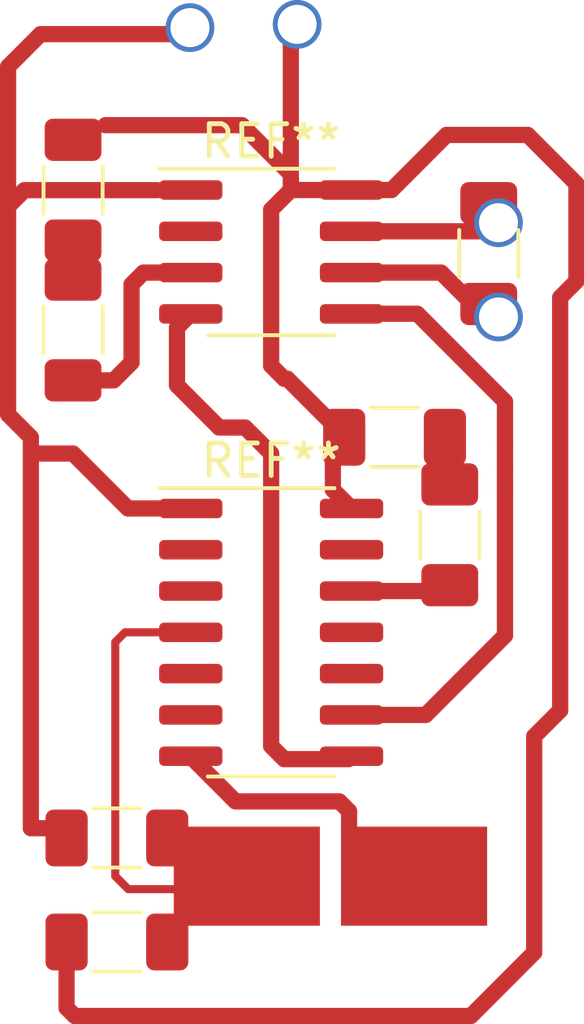
<source format=kicad_pcb>
(kicad_pcb (version 20221018) (generator pcbnew)
  (layers (0 "F.Cu" signal) (31 "B.Cu" signal) (34 "B.Paste" user) (35 "F.Paste" user) (36 "B.SilkS" user "B.Silkscreen") (37 "F.SilkS" user "F.Silkscreen") (38 "B.Mask" user) (39 "F.Mask" user) (44 "Edge.Cuts" user))
  (net 0 "")
  (footprint "Resistor_SMD:R_1206_3216Metric_Pad1.30x1.75mm_HandSolder" (layer "F.Cu") (at 92.9 56.4 -90)
    (fp_text reference "REF**" hide)
    (fp_text value "R_1206_3216Metric_Pad1.30x1.75mm_HandSolder" hide)
    (fp_line (start -0.727064 -0.91) (end 0.727064 -0.91) (stroke (width 0.12)) (layer "F.SilkS"))
    (fp_line (start -0.727064 0.91) (end 0.727064 0.91) (stroke (width 0.12)) (layer "F.SilkS"))
    (pad "1" smd roundrect (at -1.55 0 270) (size 1.3 1.75) (layers "F.Cu" "F.Paste" "F.Mask") (roundrect_rratio 0.1923076923))
    (pad "2" smd roundrect (at 1.55 0 270) (size 1.3 1.75) (layers "F.Cu" "F.Paste" "F.Mask") (roundrect_rratio 0.1923076923))
  )
  (footprint "Resistor_SMD:R_1206_3216Metric_Pad1.30x1.75mm_HandSolder" (layer "F.Cu") (at 104.5 62.7 -90)
    (fp_text reference "REF**" hide)
    (fp_text value "R_1206_3216Metric_Pad1.30x1.75mm_HandSolder" hide)
    (fp_line (start -0.727064 -0.91) (end 0.727064 -0.91) (stroke (width 0.12)) (layer "F.SilkS"))
    (fp_line (start -0.727064 0.91) (end 0.727064 0.91) (stroke (width 0.12)) (layer "F.SilkS"))
    (pad "1" smd roundrect (at -1.55 0 270) (size 1.3 1.75) (layers "F.Cu" "F.Paste" "F.Mask") (roundrect_rratio 0.1923076923))
    (pad "2" smd roundrect (at 1.55 0 270) (size 1.3 1.75) (layers "F.Cu" "F.Paste" "F.Mask") (roundrect_rratio 0.1923076923))
  )
  (footprint "Package_SO:SOIC-14_3.9x8.7mm_P1.27mm" (layer "F.Cu") (at 99 65.7)
    (fp_text reference "REF**" (at 0 -5.28) (layer "F.SilkS"))
    (fp_text value "SOIC-14_3.9x8.7mm_P1.27mm" hide)
    (fp_line (start 0 -4.435) (end -3.45 -4.435) (stroke (width 0.12)) (layer "F.SilkS"))
    (fp_line (start 0 -4.435) (end 1.95 -4.435) (stroke (width 0.12)) (layer "F.SilkS"))
    (fp_line (start 0 4.435) (end -1.95 4.435) (stroke (width 0.12)) (layer "F.SilkS"))
    (fp_line (start 0 4.435) (end 1.95 4.435) (stroke (width 0.12)) (layer "F.SilkS"))
    (pad "1" smd roundrect (at -2.475 -3.81) (size 1.95 0.6) (layers "F.Cu" "F.Paste" "F.Mask"))
    (pad "2" smd roundrect (at -2.475 -2.54) (size 1.95 0.6) (layers "F.Cu" "F.Paste" "F.Mask"))
    (pad "3" smd roundrect (at -2.475 -1.27) (size 1.95 0.6) (layers "F.Cu" "F.Paste" "F.Mask"))
    (pad "4" smd roundrect (at -2.475 0) (size 1.95 0.6) (layers "F.Cu" "F.Paste" "F.Mask"))
    (pad "5" smd roundrect (at -2.475 1.27) (size 1.95 0.6) (layers "F.Cu" "F.Paste" "F.Mask"))
    (pad "6" smd roundrect (at -2.475 2.54) (size 1.95 0.6) (layers "F.Cu" "F.Paste" "F.Mask"))
    (pad "7" smd roundrect (at -2.475 3.81) (size 1.95 0.6) (layers "F.Cu" "F.Paste" "F.Mask"))
    (pad "8" smd roundrect (at 2.475 3.81) (size 1.95 0.6) (layers "F.Cu" "F.Paste" "F.Mask"))
    (pad "9" smd roundrect (at 2.475 2.54) (size 1.95 0.6) (layers "F.Cu" "F.Paste" "F.Mask"))
    (pad "10" smd roundrect (at 2.475 1.27) (size 1.95 0.6) (layers "F.Cu" "F.Paste" "F.Mask"))
    (pad "11" smd roundrect (at 2.475 0) (size 1.95 0.6) (layers "F.Cu" "F.Paste" "F.Mask"))
    (pad "12" smd roundrect (at 2.475 -1.27) (size 1.95 0.6) (layers "F.Cu" "F.Paste" "F.Mask"))
    (pad "13" smd roundrect (at 2.475 -2.54) (size 1.95 0.6) (layers "F.Cu" "F.Paste" "F.Mask"))
    (pad "14" smd roundrect (at 2.475 -3.81) (size 1.95 0.6) (layers "F.Cu" "F.Paste" "F.Mask"))
  )
  (footprint "Resistor_SMD:R_1206_3216Metric_Pad1.30x1.75mm_HandSolder" (layer "F.Cu") (at 94.25 75.225 180)
    (fp_text reference "REF**" hide)
    (fp_text value "R_1206_3216Metric_Pad1.30x1.75mm_HandSolder" hide)
    (fp_line (start -0.727064 -0.91) (end 0.727064 -0.91) (stroke (width 0.12)) (layer "F.SilkS"))
    (fp_line (start -0.727064 0.91) (end 0.727064 0.91) (stroke (width 0.12)) (layer "F.SilkS"))
    (pad "1" smd roundrect (at -1.55 0 180) (size 1.3 1.75) (layers "F.Cu" "F.Paste" "F.Mask") (roundrect_rratio 0.1923076923))
    (pad "2" smd roundrect (at 1.55 0 180) (size 1.3 1.75) (layers "F.Cu" "F.Paste" "F.Mask") (roundrect_rratio 0.1923076923))
  )
  (footprint "Resistor_SMD:R_1206_3216Metric_Pad1.30x1.75mm_HandSolder" (layer "F.Cu") (at 105.7 54.05 -90)
    (fp_text reference "REF**" hide)
    (fp_text value "R_1206_3216Metric_Pad1.30x1.75mm_HandSolder" hide)
    (fp_line (start -0.727064 -0.91) (end 0.727064 -0.91) (stroke (width 0.12)) (layer "F.SilkS"))
    (fp_line (start -0.727064 0.91) (end 0.727064 0.91) (stroke (width 0.12)) (layer "F.SilkS"))
    (pad "1" smd roundrect (at -1.55 0 270) (size 1.3 1.75) (layers "F.Cu" "F.Paste" "F.Mask") (roundrect_rratio 0.1923076923))
    (pad "2" smd roundrect (at 1.55 0 270) (size 1.3 1.75) (layers "F.Cu" "F.Paste" "F.Mask") (roundrect_rratio 0.1923076923))
  )
  (footprint "Resistor_SMD:R_1206_3216Metric_Pad1.30x1.75mm_HandSolder" (layer "F.Cu") (at 92.9 52.1 -90)
    (fp_text reference "REF**" hide)
    (fp_text value "R_1206_3216Metric_Pad1.30x1.75mm_HandSolder" hide)
    (fp_line (start -0.727064 -0.91) (end 0.727064 -0.91) (stroke (width 0.12)) (layer "F.SilkS"))
    (fp_line (start -0.727064 0.91) (end 0.727064 0.91) (stroke (width 0.12)) (layer "F.SilkS"))
    (pad "1" smd roundrect (at -1.55 0 270) (size 1.3 1.75) (layers "F.Cu" "F.Paste" "F.Mask") (roundrect_rratio 0.1923076923))
    (pad "2" smd roundrect (at 1.55 0 270) (size 1.3 1.75) (layers "F.Cu" "F.Paste" "F.Mask") (roundrect_rratio 0.1923076923))
  )
  (footprint "Resistor_SMD:R_1206_3216Metric_Pad1.30x1.75mm_HandSolder" (layer "F.Cu") (at 102.8 59.7)
    (fp_text reference "REF**" hide)
    (fp_text value "R_1206_3216Metric_Pad1.30x1.75mm_HandSolder" hide)
    (fp_line (start -0.727064 -0.91) (end 0.727064 -0.91) (stroke (width 0.12)) (layer "F.SilkS"))
    (fp_line (start -0.727064 0.91) (end 0.727064 0.91) (stroke (width 0.12)) (layer "F.SilkS"))
    (pad "1" smd roundrect (at -1.55 0) (size 1.3 1.75) (layers "F.Cu" "F.Paste" "F.Mask") (roundrect_rratio 0.1923076923))
    (pad "2" smd roundrect (at 1.55 0) (size 1.3 1.75) (layers "F.Cu" "F.Paste" "F.Mask") (roundrect_rratio 0.1923076923))
  )
  (footprint "Package_SO:SOIC-8_3.9x4.9mm_P1.27mm" (layer "F.Cu") (at 99 54)
    (fp_text reference "REF**" (at 0 -3.4) (layer "F.SilkS"))
    (fp_text value "SOIC-8_3.9x4.9mm_P1.27mm" hide)
    (fp_line (start 0 -2.56) (end -3.45 -2.56) (stroke (width 0.12)) (layer "F.SilkS"))
    (fp_line (start 0 -2.56) (end 1.95 -2.56) (stroke (width 0.12)) (layer "F.SilkS"))
    (fp_line (start 0 2.56) (end -1.95 2.56) (stroke (width 0.12)) (layer "F.SilkS"))
    (fp_line (start 0 2.56) (end 1.95 2.56) (stroke (width 0.12)) (layer "F.SilkS"))
    (pad "1" smd roundrect (at -2.475 -1.905) (size 1.95 0.6) (layers "F.Cu" "F.Paste" "F.Mask"))
    (pad "2" smd roundrect (at -2.475 -0.635) (size 1.95 0.6) (layers "F.Cu" "F.Paste" "F.Mask"))
    (pad "3" smd roundrect (at -2.475 0.635) (size 1.95 0.6) (layers "F.Cu" "F.Paste" "F.Mask"))
    (pad "4" smd roundrect (at -2.475 1.905) (size 1.95 0.6) (layers "F.Cu" "F.Paste" "F.Mask"))
    (pad "5" smd roundrect (at 2.475 1.905) (size 1.95 0.6) (layers "F.Cu" "F.Paste" "F.Mask"))
    (pad "6" smd roundrect (at 2.475 0.635) (size 1.95 0.6) (layers "F.Cu" "F.Paste" "F.Mask"))
    (pad "7" smd roundrect (at 2.475 -0.635) (size 1.95 0.6) (layers "F.Cu" "F.Paste" "F.Mask"))
    (pad "8" smd roundrect (at 2.475 -1.905) (size 1.95 0.6) (layers "F.Cu" "F.Paste" "F.Mask"))
  )
  (footprint "Resistor_SMD:R_1206_3216Metric_Pad1.30x1.75mm_HandSolder" (layer "F.Cu") (at 94.25 72.025 180)
    (fp_text reference "REF**" hide)
    (fp_text value "R_1206_3216Metric_Pad1.30x1.75mm_HandSolder" hide)
    (fp_line (start -0.727064 -0.91) (end 0.727064 -0.91) (stroke (width 0.12)) (layer "F.SilkS"))
    (fp_line (start -0.727064 0.91) (end 0.727064 0.91) (stroke (width 0.12)) (layer "F.SilkS"))
    (pad "1" smd roundrect (at -1.55 0 180) (size 1.3 1.75) (layers "F.Cu" "F.Paste" "F.Mask") (roundrect_rratio 0.1923076923))
    (pad "2" smd roundrect (at 1.55 0 180) (size 1.3 1.75) (layers "F.Cu" "F.Paste" "F.Mask") (roundrect_rratio 0.1923076923))
  )
  (gr_rect (start 101.15 71.675) (end 105.65 74.725) (fill solid) (layer "F.Cu"))
  (gr_rect (start 96 71.675) (end 100.5 74.725) (fill solid) (layer "F.Cu"))
  (segment (start 103.76 68.24) (end 104.5 67.5) (width 0.5) (layer "F.Cu") (net 0))
  (segment (start 108.4 51.9) (end 106.9 50.4) (width 0.5) (layer "F.Cu") (net 0))
  (segment (start 107.1 68.9) (end 107.9 68.1) (width 0.5) (layer "F.Cu") (net 0))
  (segment (start 99.605 52.095) (end 99.605 51.605) (width 0.5) (layer "F.Cu") (net 0))
  (segment (start 101.48 55.9) (end 101.475 55.905) (width 0.5) (layer "F.Cu") (net 0))
  (segment (start 94.7 57.4) (end 94.15 57.95) (width 0.5) (layer "F.Cu") (net 0))
  (segment (start 101.475 61.89) (end 100.9 61.315) (width 0.5) (layer "F.Cu") (net 0))
  (segment (start 106 53.1) (end 105.735 53.365) (width 0.5) (layer "F.Cu") (net 0))
  (segment (start 101.475 52.095) (end 99.605 52.095) (width 0.5) (layer "F.Cu") (net 0))
  (segment (start 92.7 77.25) (end 92.95 77.5) (width 0.5) (layer "F.Cu") (net 0))
  (segment (start 97.8 70.8) (end 97.9 70.9) (width 0.5) (layer "F.Cu") (net 0))
  (segment (start 99.4 69.6) (end 101.385 69.6) (width 0.5) (layer "F.Cu") (net 0))
  (segment (start 104.32 64.43) (end 104.5 64.25) (width 0.2) (layer "F.Cu") (net 0))
  (segment (start 92.7 75.225) (end 92.7 77.25) (width 0.5) (layer "F.Cu") (net 0))
  (segment (start 102.705 52.095) (end 101.475 52.095) (width 0.5) (layer "F.Cu") (net 0))
  (segment (start 96.525 69.525) (end 97.8 70.8) (width 0.5) (layer "F.Cu") (net 0))
  (segment (start 95.065 54.635) (end 94.7 55) (width 0.5) (layer "F.Cu") (net 0))
  (segment (start 106.2 65.8) (end 106.2 61.3) (width 0.5) (layer "F.Cu") (net 0))
  (segment (start 101.475 68.24) (end 103.76 68.24) (width 0.5) (layer "F.Cu") (net 0))
  (segment (start 106.2 58.6) (end 103.5 55.9) (width 0.5) (layer "F.Cu") (net 0))
  (segment (start 94.15 57.95) (end 92.9 57.95) (width 0.5) (layer "F.Cu") (net 0))
  (segment (start 99.5 57.9) (end 99.4 57.9) (width 0.5) (layer "F.Cu") (net 0))
  (segment (start 91.9 47.3) (end 96.3 47.3) (width 0.5) (layer "F.Cu") (net 0))
  (segment (start 91.4 52.1) (end 95.5 52.1) (width 0.5) (layer "F.Cu") (net 0))
  (segment (start 104.5 67.5) (end 106.2 65.8) (width 0.5) (layer "F.Cu") (net 0))
  (segment (start 99 69.2) (end 99.4 69.6) (width 0.5) (layer "F.Cu") (net 0))
  (segment (start 99.605 52.095) (end 99 52.7) (width 0.5) (layer "F.Cu") (net 0))
  (segment (start 100.9 59.3) (end 99.5 57.9) (width 0.5) (layer "F.Cu") (net 0))
  (segment (start 94.5 65.7) (end 94.2 66) (width 0.25) (layer "F.Cu") (net 0))
  (segment (start 98.2 59.4) (end 99 60.2) (width 0.5) (layer "F.Cu") (net 0))
  (segment (start 108.4 54.9) (end 108.4 51.9) (width 0.5) (layer "F.Cu") (net 0))
  (segment (start 106.9 50.4) (end 104.4 50.4) (width 0.5) (layer "F.Cu") (net 0))
  (segment (start 94.2 66) (end 94.2 73) (width 0.25) (layer "F.Cu") (net 0))
  (segment (start 92.95 77.5) (end 105.15 77.5) (width 0.5) (layer "F.Cu") (net 0))
  (segment (start 99.605 47.195) (end 99.8 47) (width 0.5) (layer "F.Cu") (net 0))
  (segment (start 97.9 70.9) (end 101.1 70.9) (width 0.5) (layer "F.Cu") (net 0))
  (segment (start 106.2 60) (end 106.2 58.6) (width 0.5) (layer "F.Cu") (net 0))
  (segment (start 94.2 73) (end 94.2 73.2) (width 0.25) (layer "F.Cu") (net 0))
  (segment (start 96.1 58.1) (end 97.4 59.4) (width 0.5) (layer "F.Cu") (net 0))
  (segment (start 94.59 61.89) (end 92.9 60.2) (width 0.5) (layer "F.Cu") (net 0))
  (segment (start 96.525 65.7) (end 94.5 65.7) (width 0.25) (layer "F.Cu") (net 0))
  (segment (start 107.9 68.1) (end 107.9 55.4) (width 0.5) (layer "F.Cu") (net 0))
  (segment (start 90.9 59) (end 90.9 52.6) (width 0.5) (layer "F.Cu") (net 0))
  (segment (start 106.2 60.7) (end 106.2 60) (width 0.5) (layer "F.Cu") (net 0))
  (segment (start 99 60.2) (end 99 69.2) (width 0.5) (layer "F.Cu") (net 0))
  (segment (start 99.4 57.9) (end 99 57.5) (width 0.5) (layer "F.Cu") (net 0))
  (segment (start 96.525 54.635) (end 95.065 54.635) (width 0.5) (layer "F.Cu") (net 0))
  (segment (start 92.9 60.2) (end 91.6 60.2) (width 0.5) (layer "F.Cu") (net 0))
  (segment (start 91.6 59.7) (end 90.9 59) (width 0.5) (layer "F.Cu") (net 0))
  (segment (start 99.605 51.605) (end 98.1 50.1) (width 0.5) (layer "F.Cu") (net 0))
  (segment (start 97.4 59.4) (end 98.2 59.4) (width 0.5) (layer "F.Cu") (net 0))
  (segment (start 104.235 54.635) (end 105.4 55.8) (width 0.5) (layer "F.Cu") (net 0))
  (segment (start 92.4 71.725) (end 92.7 72.025) (width 0.5) (layer "F.Cu") (net 0))
  (segment (start 96.525 69.51) (end 96.525 69.525) (width 0.5) (layer "F.Cu") (net 0))
  (segment (start 96.1 56.33) (end 96.1 58.1) (width 0.5) (layer "F.Cu") (net 0))
  (segment (start 99.605 52.095) (end 99.605 47.195) (width 0.5) (layer "F.Cu") (net 0))
  (segment (start 91.6 71.725) (end 91.6 59.7) (width 0.5) (layer "F.Cu") (net 0))
  (segment (start 105.15 77.5) (end 107.1 75.55) (width 0.5) (layer "F.Cu") (net 0))
  (segment (start 94.7 55) (end 94.7 57.4) (width 0.5) (layer "F.Cu") (net 0))
  (segment (start 94.4 73.4) (end 94.6 73.6) (width 0.25) (layer "F.Cu") (net 0))
  (segment (start 94.6 73.6) (end 97.4 73.6) (width 0.25) (layer "F.Cu") (net 0))
  (segment (start 96.3 47.3) (end 96.5 47.1) (width 0.5) (layer "F.Cu") (net 0))
  (segment (start 107.9 68.1) (end 107.9 67.5) (width 0.5) (layer "F.Cu") (net 0))
  (segment (start 96.525 55.905) (end 96.1 56.33) (width 0.5) (layer "F.Cu") (net 0))
  (segment (start 101.385 69.6) (end 101.475 69.51) (width 0.5) (layer "F.Cu") (net 0))
  (segment (start 91.6 71.725) (end 92.4 71.725) (width 0.5) (layer "F.Cu") (net 0))
  (segment (start 107.1 75.55) (end 107.1 68.9) (width 0.5) (layer "F.Cu") (net 0))
  (segment (start 96.525 61.89) (end 94.59 61.89) (width 0.5) (layer "F.Cu") (net 0))
  (segment (start 101.4 71.2) (end 101.4 71.7) (width 0.5) (layer "F.Cu") (net 0))
  (segment (start 99 57.5) (end 99 52.7) (width 0.5) (layer "F.Cu") (net 0))
  (segment (start 101.1 70.9) (end 101.4 71.2) (width 0.5) (layer "F.Cu") (net 0))
  (segment (start 103.5 55.9) (end 101.48 55.9) (width 0.5) (layer "F.Cu") (net 0))
  (segment (start 101.475 54.635) (end 104.235 54.635) (width 0.5) (layer "F.Cu") (net 0))
  (segment (start 90.9 52.6) (end 90.9 48.3) (width 0.5) (layer "F.Cu") (net 0))
  (segment (start 94.2 73.2) (end 94.4 73.4) (width 0.25) (layer "F.Cu") (net 0))
  (segment (start 104.4 50.4) (end 102.705 52.095) (width 0.5) (layer "F.Cu") (net 0))
  (segment (start 105.735 53.365) (end 101.475 53.365) (width 0.5) (layer "F.Cu") (net 0))
  (segment (start 101.475 64.43) (end 104.32 64.43) (width 0.5) (layer "F.Cu") (net 0))
  (segment (start 107.9 55.4) (end 108.4 54.9) (width 0.5) (layer "F.Cu") (net 0))
  (segment (start 90.9 52.6) (end 91.4 52.1) (width 0.5) (layer "F.Cu") (net 0))
  (segment (start 106.2 61.3) (end 106.2 60.7) (width 0.5) (layer "F.Cu") (net 0))
  (segment (start 106.2 61.2) (end 106.2 61.3) (width 0.5) (layer "F.Cu") (net 0))
  (segment (start 100.9 61.315) (end 100.9 59.3) (width 0.5) (layer "F.Cu") (net 0))
  (segment (start 90.9 48.3) (end 91.9 47.3) (width 0.5) (layer "F.Cu") (net 0))
  (segment (start 98.1 50.1) (end 93.9 50.1) (width 0.5) (layer "F.Cu") (net 0))
  (via blind (at 106 53.1) (size 1.5) (drill 1.2) (layers "F.Cu" "B.Cu") (net 0))
  (via blind (at 96.5 47.1) (size 1.5) (drill 1.2) (layers "F.Cu" "B.Cu") (net 0))
  (via blind (at 106 56) (size 1.5) (drill 1.2) (layers "F.Cu" "B.Cu") (net 0))
  (via blind (at 99.8 47) (size 1.5) (drill 1.2) (layers "F.Cu" "B.Cu") (net 0))
)
</source>
